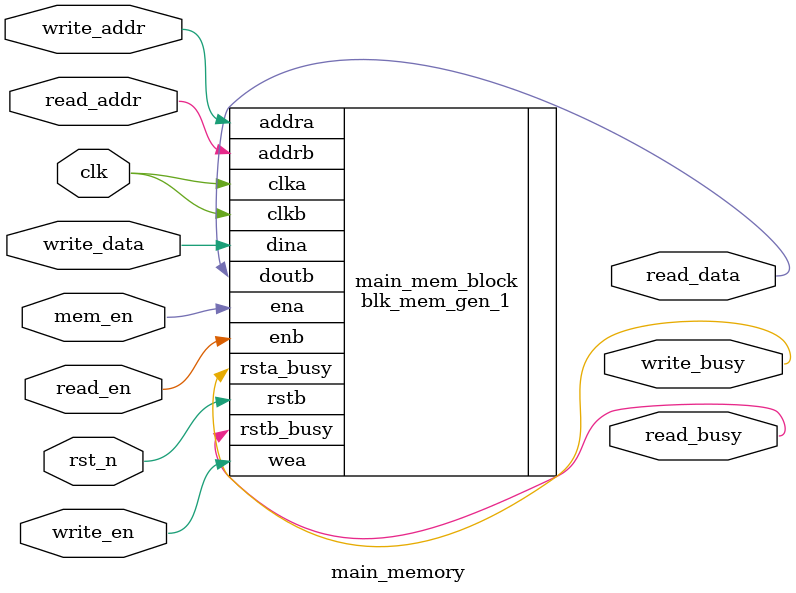
<source format=sv>
`timescale 1ns / 1ps


module main_memory(
    input   clk,
    input   rst_n,
    input   mem_en,
    input   write_en,
    input   write_addr,
    input   write_data,
    input   read_en,
    input   read_addr,
    output  read_data,
    output  write_busy,
    output  read_busy
    );
    
    blk_mem_gen_1 main_mem_block(
        .clka       (clk),
        .ena        (mem_en),
        .wea        (write_en),
        .addra      (write_addr),
        .dina       (write_data),
        .clkb       (clk),
        .rstb       (rst_n),
        .enb        (read_en),
        .addrb      (read_addr),
        .doutb      (read_data),
        .rsta_busy  (write_busy),
        .rstb_busy  (read_busy)
    );
    
endmodule

</source>
